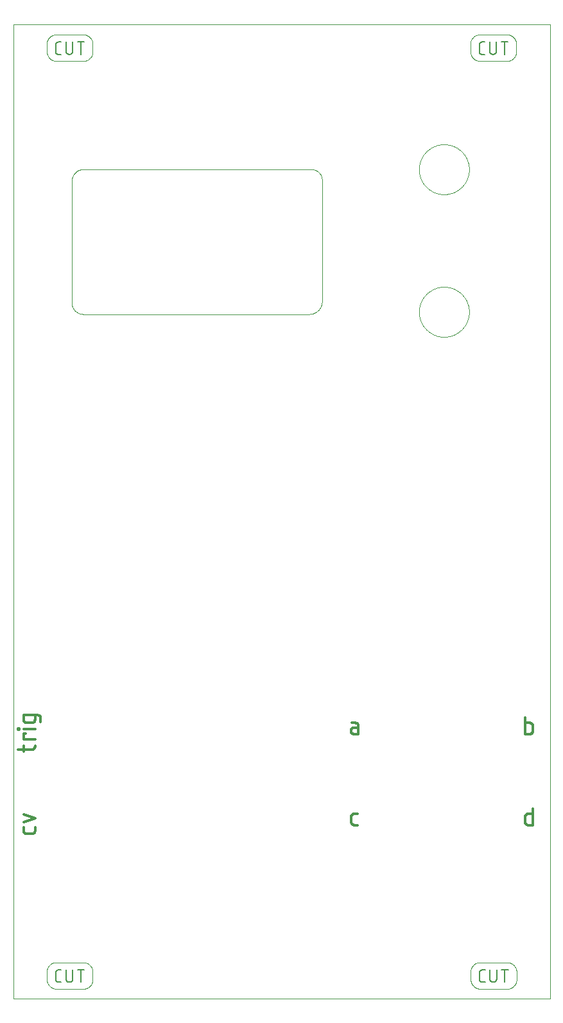
<source format=gto>
G75*
%MOIN*%
%OFA0B0*%
%FSLAX25Y25*%
%IPPOS*%
%LPD*%
%AMOC8*
5,1,8,0,0,1.08239X$1,22.5*
%
%ADD10C,0.00000*%
%ADD11C,0.00600*%
%ADD12C,0.01200*%
%ADD13C,0.01300*%
D10*
X0003589Y0001000D02*
X0003589Y0507000D01*
X0282195Y0507000D01*
X0282195Y0001000D01*
X0003589Y0001000D01*
X0020912Y0011157D02*
X0020912Y0013205D01*
X0020912Y0015016D01*
X0020914Y0015153D01*
X0020920Y0015290D01*
X0020930Y0015427D01*
X0020943Y0015564D01*
X0020961Y0015700D01*
X0020982Y0015835D01*
X0021008Y0015970D01*
X0021037Y0016104D01*
X0021070Y0016237D01*
X0021107Y0016369D01*
X0021147Y0016500D01*
X0021191Y0016630D01*
X0021239Y0016759D01*
X0021291Y0016886D01*
X0021346Y0017011D01*
X0021405Y0017135D01*
X0021467Y0017257D01*
X0021533Y0017378D01*
X0021602Y0017496D01*
X0021674Y0017613D01*
X0021750Y0017727D01*
X0021829Y0017839D01*
X0021911Y0017949D01*
X0021997Y0018056D01*
X0022085Y0018161D01*
X0022176Y0018264D01*
X0022271Y0018363D01*
X0022368Y0018460D01*
X0022467Y0018555D01*
X0022570Y0018646D01*
X0022675Y0018734D01*
X0022782Y0018820D01*
X0022892Y0018902D01*
X0023004Y0018981D01*
X0023118Y0019057D01*
X0023235Y0019129D01*
X0023353Y0019198D01*
X0023474Y0019264D01*
X0023596Y0019326D01*
X0023720Y0019385D01*
X0023845Y0019440D01*
X0023972Y0019492D01*
X0024101Y0019540D01*
X0024231Y0019584D01*
X0024362Y0019624D01*
X0024494Y0019661D01*
X0024627Y0019694D01*
X0024761Y0019723D01*
X0024896Y0019749D01*
X0025031Y0019770D01*
X0025167Y0019788D01*
X0025304Y0019801D01*
X0025441Y0019811D01*
X0025578Y0019817D01*
X0025715Y0019819D01*
X0039809Y0019819D01*
X0039948Y0019817D01*
X0040087Y0019811D01*
X0040226Y0019801D01*
X0040364Y0019788D01*
X0040502Y0019770D01*
X0040640Y0019749D01*
X0040777Y0019724D01*
X0040913Y0019695D01*
X0041048Y0019662D01*
X0041182Y0019625D01*
X0041316Y0019585D01*
X0041448Y0019541D01*
X0041578Y0019493D01*
X0041707Y0019441D01*
X0041835Y0019386D01*
X0041961Y0019328D01*
X0042086Y0019266D01*
X0042209Y0019200D01*
X0042330Y0019131D01*
X0042448Y0019059D01*
X0042565Y0018983D01*
X0042680Y0018904D01*
X0042792Y0018822D01*
X0042902Y0018737D01*
X0043010Y0018648D01*
X0043115Y0018557D01*
X0043217Y0018463D01*
X0043317Y0018366D01*
X0043414Y0018266D01*
X0043508Y0018164D01*
X0043599Y0018059D01*
X0043688Y0017951D01*
X0043773Y0017841D01*
X0043855Y0017729D01*
X0043934Y0017614D01*
X0044010Y0017497D01*
X0044082Y0017379D01*
X0044151Y0017258D01*
X0044217Y0017135D01*
X0044279Y0017010D01*
X0044337Y0016884D01*
X0044392Y0016756D01*
X0044444Y0016627D01*
X0044492Y0016497D01*
X0044536Y0016365D01*
X0044576Y0016231D01*
X0044613Y0016097D01*
X0044646Y0015962D01*
X0044675Y0015826D01*
X0044700Y0015689D01*
X0044721Y0015551D01*
X0044739Y0015413D01*
X0044752Y0015275D01*
X0044762Y0015136D01*
X0044768Y0014997D01*
X0044770Y0014858D01*
X0044770Y0013165D01*
X0044770Y0011000D01*
X0044768Y0010861D01*
X0044762Y0010722D01*
X0044752Y0010583D01*
X0044739Y0010445D01*
X0044721Y0010307D01*
X0044700Y0010169D01*
X0044675Y0010032D01*
X0044646Y0009896D01*
X0044613Y0009761D01*
X0044576Y0009627D01*
X0044536Y0009493D01*
X0044492Y0009361D01*
X0044444Y0009231D01*
X0044392Y0009102D01*
X0044337Y0008974D01*
X0044279Y0008848D01*
X0044217Y0008723D01*
X0044151Y0008600D01*
X0044082Y0008479D01*
X0044010Y0008361D01*
X0043934Y0008244D01*
X0043855Y0008129D01*
X0043773Y0008017D01*
X0043688Y0007907D01*
X0043599Y0007799D01*
X0043508Y0007694D01*
X0043414Y0007592D01*
X0043317Y0007492D01*
X0043217Y0007395D01*
X0043115Y0007301D01*
X0043010Y0007210D01*
X0042902Y0007121D01*
X0042792Y0007036D01*
X0042680Y0006954D01*
X0042565Y0006875D01*
X0042448Y0006799D01*
X0042330Y0006727D01*
X0042209Y0006658D01*
X0042086Y0006592D01*
X0041961Y0006530D01*
X0041835Y0006472D01*
X0041707Y0006417D01*
X0041578Y0006365D01*
X0041448Y0006317D01*
X0041316Y0006273D01*
X0041182Y0006233D01*
X0041048Y0006196D01*
X0040913Y0006163D01*
X0040777Y0006134D01*
X0040640Y0006109D01*
X0040502Y0006088D01*
X0040364Y0006070D01*
X0040226Y0006057D01*
X0040087Y0006047D01*
X0039948Y0006041D01*
X0039809Y0006039D01*
X0026030Y0006039D01*
X0025889Y0006041D01*
X0025748Y0006047D01*
X0025607Y0006056D01*
X0025467Y0006070D01*
X0025327Y0006088D01*
X0025188Y0006109D01*
X0025049Y0006134D01*
X0024911Y0006163D01*
X0024774Y0006196D01*
X0024637Y0006232D01*
X0024502Y0006272D01*
X0024368Y0006316D01*
X0024235Y0006364D01*
X0024104Y0006415D01*
X0023974Y0006470D01*
X0023846Y0006529D01*
X0023719Y0006590D01*
X0023594Y0006656D01*
X0023471Y0006725D01*
X0023350Y0006797D01*
X0023231Y0006872D01*
X0023114Y0006951D01*
X0022999Y0007033D01*
X0022886Y0007118D01*
X0022776Y0007206D01*
X0022669Y0007297D01*
X0022564Y0007392D01*
X0022461Y0007489D01*
X0022362Y0007588D01*
X0022265Y0007691D01*
X0022170Y0007796D01*
X0022079Y0007903D01*
X0021991Y0008013D01*
X0021906Y0008126D01*
X0021824Y0008241D01*
X0021745Y0008358D01*
X0021670Y0008477D01*
X0021598Y0008598D01*
X0021529Y0008721D01*
X0021463Y0008846D01*
X0021402Y0008973D01*
X0021343Y0009101D01*
X0021288Y0009231D01*
X0021237Y0009362D01*
X0021189Y0009495D01*
X0021145Y0009629D01*
X0021105Y0009764D01*
X0021069Y0009901D01*
X0021036Y0010038D01*
X0021007Y0010176D01*
X0020982Y0010315D01*
X0020961Y0010454D01*
X0020943Y0010594D01*
X0020929Y0010734D01*
X0020920Y0010875D01*
X0020914Y0011016D01*
X0020912Y0011157D01*
X0039809Y0356512D02*
X0157132Y0356512D01*
X0157294Y0356514D01*
X0157455Y0356520D01*
X0157617Y0356530D01*
X0157778Y0356543D01*
X0157939Y0356561D01*
X0158099Y0356582D01*
X0158259Y0356608D01*
X0158418Y0356637D01*
X0158576Y0356670D01*
X0158734Y0356706D01*
X0158890Y0356747D01*
X0159046Y0356791D01*
X0159200Y0356840D01*
X0159353Y0356891D01*
X0159505Y0356947D01*
X0159656Y0357006D01*
X0159805Y0357069D01*
X0159952Y0357135D01*
X0160098Y0357205D01*
X0160242Y0357279D01*
X0160385Y0357356D01*
X0160525Y0357436D01*
X0160663Y0357520D01*
X0160800Y0357607D01*
X0160934Y0357697D01*
X0161066Y0357790D01*
X0161196Y0357887D01*
X0161323Y0357987D01*
X0161448Y0358089D01*
X0161570Y0358195D01*
X0161690Y0358304D01*
X0161807Y0358415D01*
X0161922Y0358530D01*
X0162033Y0358647D01*
X0162142Y0358767D01*
X0162248Y0358889D01*
X0162350Y0359014D01*
X0162450Y0359141D01*
X0162547Y0359271D01*
X0162640Y0359403D01*
X0162730Y0359537D01*
X0162817Y0359674D01*
X0162901Y0359812D01*
X0162981Y0359952D01*
X0163058Y0360095D01*
X0163132Y0360239D01*
X0163202Y0360385D01*
X0163268Y0360532D01*
X0163331Y0360681D01*
X0163390Y0360832D01*
X0163446Y0360984D01*
X0163497Y0361137D01*
X0163546Y0361291D01*
X0163590Y0361447D01*
X0163631Y0361603D01*
X0163667Y0361761D01*
X0163700Y0361919D01*
X0163729Y0362078D01*
X0163755Y0362238D01*
X0163776Y0362398D01*
X0163794Y0362559D01*
X0163807Y0362720D01*
X0163817Y0362882D01*
X0163823Y0363043D01*
X0163825Y0363205D01*
X0163825Y0424622D01*
X0163825Y0426197D01*
X0163823Y0426344D01*
X0163817Y0426490D01*
X0163807Y0426637D01*
X0163794Y0426783D01*
X0163776Y0426929D01*
X0163755Y0427074D01*
X0163730Y0427218D01*
X0163700Y0427362D01*
X0163668Y0427505D01*
X0163631Y0427647D01*
X0163590Y0427788D01*
X0163546Y0427928D01*
X0163498Y0428067D01*
X0163447Y0428204D01*
X0163391Y0428340D01*
X0163332Y0428475D01*
X0163270Y0428607D01*
X0163204Y0428739D01*
X0163135Y0428868D01*
X0163062Y0428995D01*
X0162986Y0429121D01*
X0162906Y0429244D01*
X0162823Y0429365D01*
X0162738Y0429484D01*
X0162648Y0429601D01*
X0162556Y0429715D01*
X0162461Y0429827D01*
X0162363Y0429936D01*
X0162262Y0430042D01*
X0162158Y0430146D01*
X0162052Y0430247D01*
X0161943Y0430345D01*
X0161831Y0430440D01*
X0161717Y0430532D01*
X0161600Y0430622D01*
X0161481Y0430707D01*
X0161360Y0430790D01*
X0161237Y0430870D01*
X0161111Y0430946D01*
X0160984Y0431019D01*
X0160855Y0431088D01*
X0160723Y0431154D01*
X0160591Y0431216D01*
X0160456Y0431275D01*
X0160320Y0431331D01*
X0160183Y0431382D01*
X0160044Y0431430D01*
X0159904Y0431474D01*
X0159763Y0431515D01*
X0159621Y0431552D01*
X0159478Y0431584D01*
X0159334Y0431614D01*
X0159190Y0431639D01*
X0159045Y0431660D01*
X0158899Y0431678D01*
X0158753Y0431691D01*
X0158606Y0431701D01*
X0158460Y0431707D01*
X0158313Y0431709D01*
X0039809Y0431709D01*
X0039657Y0431707D01*
X0039505Y0431701D01*
X0039353Y0431691D01*
X0039202Y0431678D01*
X0039051Y0431660D01*
X0038900Y0431639D01*
X0038750Y0431613D01*
X0038601Y0431584D01*
X0038452Y0431551D01*
X0038305Y0431514D01*
X0038158Y0431474D01*
X0038013Y0431429D01*
X0037869Y0431381D01*
X0037726Y0431329D01*
X0037584Y0431274D01*
X0037444Y0431215D01*
X0037305Y0431152D01*
X0037168Y0431086D01*
X0037033Y0431016D01*
X0036900Y0430943D01*
X0036769Y0430866D01*
X0036639Y0430786D01*
X0036512Y0430703D01*
X0036387Y0430617D01*
X0036264Y0430527D01*
X0036144Y0430434D01*
X0036026Y0430338D01*
X0035910Y0430239D01*
X0035797Y0430137D01*
X0035687Y0430033D01*
X0035579Y0429925D01*
X0035475Y0429815D01*
X0035373Y0429702D01*
X0035274Y0429586D01*
X0035178Y0429468D01*
X0035085Y0429348D01*
X0034995Y0429225D01*
X0034909Y0429100D01*
X0034826Y0428973D01*
X0034746Y0428843D01*
X0034669Y0428712D01*
X0034596Y0428579D01*
X0034526Y0428444D01*
X0034460Y0428307D01*
X0034397Y0428168D01*
X0034338Y0428028D01*
X0034283Y0427886D01*
X0034231Y0427743D01*
X0034183Y0427599D01*
X0034138Y0427454D01*
X0034098Y0427307D01*
X0034061Y0427160D01*
X0034028Y0427011D01*
X0033999Y0426862D01*
X0033973Y0426712D01*
X0033952Y0426561D01*
X0033934Y0426410D01*
X0033921Y0426259D01*
X0033911Y0426107D01*
X0033905Y0425955D01*
X0033903Y0425803D01*
X0033904Y0425803D02*
X0033904Y0425016D01*
X0033904Y0363205D01*
X0033903Y0363205D02*
X0033886Y0363053D01*
X0033873Y0362901D01*
X0033864Y0362748D01*
X0033858Y0362595D01*
X0033857Y0362442D01*
X0033860Y0362290D01*
X0033866Y0362137D01*
X0033876Y0361984D01*
X0033891Y0361832D01*
X0033909Y0361680D01*
X0033931Y0361529D01*
X0033957Y0361378D01*
X0033987Y0361228D01*
X0034020Y0361079D01*
X0034058Y0360931D01*
X0034099Y0360784D01*
X0034144Y0360637D01*
X0034193Y0360493D01*
X0034245Y0360349D01*
X0034302Y0360207D01*
X0034361Y0360066D01*
X0034425Y0359927D01*
X0034492Y0359789D01*
X0034562Y0359654D01*
X0034636Y0359520D01*
X0034714Y0359388D01*
X0034794Y0359258D01*
X0034878Y0359130D01*
X0034966Y0359005D01*
X0035056Y0358881D01*
X0035150Y0358760D01*
X0035246Y0358642D01*
X0035346Y0358526D01*
X0035449Y0358413D01*
X0035554Y0358302D01*
X0035662Y0358194D01*
X0035773Y0358089D01*
X0035887Y0357987D01*
X0036004Y0357887D01*
X0036122Y0357791D01*
X0036244Y0357698D01*
X0036367Y0357608D01*
X0036493Y0357521D01*
X0036621Y0357438D01*
X0036751Y0357357D01*
X0036884Y0357281D01*
X0037018Y0357207D01*
X0037154Y0357137D01*
X0037291Y0357071D01*
X0037431Y0357008D01*
X0037572Y0356949D01*
X0037714Y0356893D01*
X0037858Y0356841D01*
X0038003Y0356793D01*
X0038149Y0356748D01*
X0038297Y0356707D01*
X0038445Y0356670D01*
X0038594Y0356637D01*
X0038744Y0356608D01*
X0038895Y0356583D01*
X0039047Y0356561D01*
X0039198Y0356543D01*
X0039351Y0356530D01*
X0039503Y0356520D01*
X0039656Y0356514D01*
X0039809Y0356512D01*
X0039809Y0487929D02*
X0026030Y0487929D01*
X0025889Y0487931D01*
X0025748Y0487937D01*
X0025607Y0487946D01*
X0025467Y0487960D01*
X0025327Y0487978D01*
X0025188Y0487999D01*
X0025049Y0488024D01*
X0024911Y0488053D01*
X0024774Y0488086D01*
X0024637Y0488122D01*
X0024502Y0488162D01*
X0024368Y0488206D01*
X0024235Y0488254D01*
X0024104Y0488305D01*
X0023974Y0488360D01*
X0023846Y0488419D01*
X0023719Y0488480D01*
X0023594Y0488546D01*
X0023471Y0488615D01*
X0023350Y0488687D01*
X0023231Y0488762D01*
X0023114Y0488841D01*
X0022999Y0488923D01*
X0022886Y0489008D01*
X0022776Y0489096D01*
X0022669Y0489187D01*
X0022564Y0489282D01*
X0022461Y0489379D01*
X0022362Y0489478D01*
X0022265Y0489581D01*
X0022170Y0489686D01*
X0022079Y0489793D01*
X0021991Y0489903D01*
X0021906Y0490016D01*
X0021824Y0490131D01*
X0021745Y0490248D01*
X0021670Y0490367D01*
X0021598Y0490488D01*
X0021529Y0490611D01*
X0021463Y0490736D01*
X0021402Y0490863D01*
X0021343Y0490991D01*
X0021288Y0491121D01*
X0021237Y0491252D01*
X0021189Y0491385D01*
X0021145Y0491519D01*
X0021105Y0491654D01*
X0021069Y0491791D01*
X0021036Y0491928D01*
X0021007Y0492066D01*
X0020982Y0492205D01*
X0020961Y0492344D01*
X0020943Y0492484D01*
X0020929Y0492624D01*
X0020920Y0492765D01*
X0020914Y0492906D01*
X0020912Y0493047D01*
X0020912Y0495094D01*
X0020912Y0496906D01*
X0020914Y0497043D01*
X0020920Y0497180D01*
X0020930Y0497317D01*
X0020943Y0497454D01*
X0020961Y0497590D01*
X0020982Y0497725D01*
X0021008Y0497860D01*
X0021037Y0497994D01*
X0021070Y0498127D01*
X0021107Y0498259D01*
X0021147Y0498390D01*
X0021191Y0498520D01*
X0021239Y0498649D01*
X0021291Y0498776D01*
X0021346Y0498901D01*
X0021405Y0499025D01*
X0021467Y0499147D01*
X0021533Y0499268D01*
X0021602Y0499386D01*
X0021674Y0499503D01*
X0021750Y0499617D01*
X0021829Y0499729D01*
X0021911Y0499839D01*
X0021997Y0499946D01*
X0022085Y0500051D01*
X0022176Y0500154D01*
X0022271Y0500253D01*
X0022368Y0500350D01*
X0022467Y0500445D01*
X0022570Y0500536D01*
X0022675Y0500624D01*
X0022782Y0500710D01*
X0022892Y0500792D01*
X0023004Y0500871D01*
X0023118Y0500947D01*
X0023235Y0501019D01*
X0023353Y0501088D01*
X0023474Y0501154D01*
X0023596Y0501216D01*
X0023720Y0501275D01*
X0023845Y0501330D01*
X0023972Y0501382D01*
X0024101Y0501430D01*
X0024231Y0501474D01*
X0024362Y0501514D01*
X0024494Y0501551D01*
X0024627Y0501584D01*
X0024761Y0501613D01*
X0024896Y0501639D01*
X0025031Y0501660D01*
X0025167Y0501678D01*
X0025304Y0501691D01*
X0025441Y0501701D01*
X0025578Y0501707D01*
X0025715Y0501709D01*
X0039809Y0501709D01*
X0039948Y0501707D01*
X0040087Y0501701D01*
X0040226Y0501691D01*
X0040364Y0501678D01*
X0040502Y0501660D01*
X0040640Y0501639D01*
X0040777Y0501614D01*
X0040913Y0501585D01*
X0041048Y0501552D01*
X0041182Y0501515D01*
X0041316Y0501475D01*
X0041448Y0501431D01*
X0041578Y0501383D01*
X0041707Y0501331D01*
X0041835Y0501276D01*
X0041961Y0501218D01*
X0042086Y0501156D01*
X0042209Y0501090D01*
X0042330Y0501021D01*
X0042448Y0500949D01*
X0042565Y0500873D01*
X0042680Y0500794D01*
X0042792Y0500712D01*
X0042902Y0500627D01*
X0043010Y0500538D01*
X0043115Y0500447D01*
X0043217Y0500353D01*
X0043317Y0500256D01*
X0043414Y0500156D01*
X0043508Y0500054D01*
X0043599Y0499949D01*
X0043688Y0499841D01*
X0043773Y0499731D01*
X0043855Y0499619D01*
X0043934Y0499504D01*
X0044010Y0499387D01*
X0044082Y0499269D01*
X0044151Y0499148D01*
X0044217Y0499025D01*
X0044279Y0498900D01*
X0044337Y0498774D01*
X0044392Y0498646D01*
X0044444Y0498517D01*
X0044492Y0498387D01*
X0044536Y0498255D01*
X0044576Y0498121D01*
X0044613Y0497987D01*
X0044646Y0497852D01*
X0044675Y0497716D01*
X0044700Y0497579D01*
X0044721Y0497441D01*
X0044739Y0497303D01*
X0044752Y0497165D01*
X0044762Y0497026D01*
X0044768Y0496887D01*
X0044770Y0496748D01*
X0044770Y0495055D01*
X0044770Y0492890D01*
X0044768Y0492751D01*
X0044762Y0492612D01*
X0044752Y0492473D01*
X0044739Y0492335D01*
X0044721Y0492197D01*
X0044700Y0492059D01*
X0044675Y0491922D01*
X0044646Y0491786D01*
X0044613Y0491651D01*
X0044576Y0491517D01*
X0044536Y0491383D01*
X0044492Y0491251D01*
X0044444Y0491121D01*
X0044392Y0490992D01*
X0044337Y0490864D01*
X0044279Y0490738D01*
X0044217Y0490613D01*
X0044151Y0490490D01*
X0044082Y0490369D01*
X0044010Y0490251D01*
X0043934Y0490134D01*
X0043855Y0490019D01*
X0043773Y0489907D01*
X0043688Y0489797D01*
X0043599Y0489689D01*
X0043508Y0489584D01*
X0043414Y0489482D01*
X0043317Y0489382D01*
X0043217Y0489285D01*
X0043115Y0489191D01*
X0043010Y0489100D01*
X0042902Y0489011D01*
X0042792Y0488926D01*
X0042680Y0488844D01*
X0042565Y0488765D01*
X0042448Y0488689D01*
X0042330Y0488617D01*
X0042209Y0488548D01*
X0042086Y0488482D01*
X0041961Y0488420D01*
X0041835Y0488362D01*
X0041707Y0488307D01*
X0041578Y0488255D01*
X0041448Y0488207D01*
X0041316Y0488163D01*
X0041182Y0488123D01*
X0041048Y0488086D01*
X0040913Y0488053D01*
X0040777Y0488024D01*
X0040640Y0487999D01*
X0040502Y0487978D01*
X0040364Y0487960D01*
X0040226Y0487947D01*
X0040087Y0487937D01*
X0039948Y0487931D01*
X0039809Y0487929D01*
X0214219Y0431709D02*
X0214223Y0432028D01*
X0214235Y0432346D01*
X0214254Y0432665D01*
X0214282Y0432982D01*
X0214317Y0433299D01*
X0214360Y0433615D01*
X0214410Y0433930D01*
X0214469Y0434244D01*
X0214535Y0434556D01*
X0214608Y0434866D01*
X0214690Y0435174D01*
X0214778Y0435480D01*
X0214875Y0435784D01*
X0214978Y0436086D01*
X0215090Y0436385D01*
X0215208Y0436681D01*
X0215334Y0436974D01*
X0215466Y0437264D01*
X0215606Y0437550D01*
X0215753Y0437833D01*
X0215907Y0438113D01*
X0216067Y0438388D01*
X0216235Y0438660D01*
X0216409Y0438927D01*
X0216589Y0439190D01*
X0216776Y0439448D01*
X0216969Y0439702D01*
X0217168Y0439951D01*
X0217373Y0440195D01*
X0217585Y0440434D01*
X0217802Y0440668D01*
X0218024Y0440896D01*
X0218252Y0441118D01*
X0218486Y0441335D01*
X0218725Y0441547D01*
X0218969Y0441752D01*
X0219218Y0441951D01*
X0219472Y0442144D01*
X0219730Y0442331D01*
X0219993Y0442511D01*
X0220260Y0442685D01*
X0220532Y0442853D01*
X0220807Y0443013D01*
X0221087Y0443167D01*
X0221370Y0443314D01*
X0221656Y0443454D01*
X0221946Y0443586D01*
X0222239Y0443712D01*
X0222535Y0443830D01*
X0222834Y0443942D01*
X0223136Y0444045D01*
X0223440Y0444142D01*
X0223746Y0444230D01*
X0224054Y0444312D01*
X0224364Y0444385D01*
X0224676Y0444451D01*
X0224990Y0444510D01*
X0225305Y0444560D01*
X0225621Y0444603D01*
X0225938Y0444638D01*
X0226255Y0444666D01*
X0226574Y0444685D01*
X0226892Y0444697D01*
X0227211Y0444701D01*
X0227530Y0444697D01*
X0227848Y0444685D01*
X0228167Y0444666D01*
X0228484Y0444638D01*
X0228801Y0444603D01*
X0229117Y0444560D01*
X0229432Y0444510D01*
X0229746Y0444451D01*
X0230058Y0444385D01*
X0230368Y0444312D01*
X0230676Y0444230D01*
X0230982Y0444142D01*
X0231286Y0444045D01*
X0231588Y0443942D01*
X0231887Y0443830D01*
X0232183Y0443712D01*
X0232476Y0443586D01*
X0232766Y0443454D01*
X0233052Y0443314D01*
X0233335Y0443167D01*
X0233615Y0443013D01*
X0233890Y0442853D01*
X0234162Y0442685D01*
X0234429Y0442511D01*
X0234692Y0442331D01*
X0234950Y0442144D01*
X0235204Y0441951D01*
X0235453Y0441752D01*
X0235697Y0441547D01*
X0235936Y0441335D01*
X0236170Y0441118D01*
X0236398Y0440896D01*
X0236620Y0440668D01*
X0236837Y0440434D01*
X0237049Y0440195D01*
X0237254Y0439951D01*
X0237453Y0439702D01*
X0237646Y0439448D01*
X0237833Y0439190D01*
X0238013Y0438927D01*
X0238187Y0438660D01*
X0238355Y0438388D01*
X0238515Y0438113D01*
X0238669Y0437833D01*
X0238816Y0437550D01*
X0238956Y0437264D01*
X0239088Y0436974D01*
X0239214Y0436681D01*
X0239332Y0436385D01*
X0239444Y0436086D01*
X0239547Y0435784D01*
X0239644Y0435480D01*
X0239732Y0435174D01*
X0239814Y0434866D01*
X0239887Y0434556D01*
X0239953Y0434244D01*
X0240012Y0433930D01*
X0240062Y0433615D01*
X0240105Y0433299D01*
X0240140Y0432982D01*
X0240168Y0432665D01*
X0240187Y0432346D01*
X0240199Y0432028D01*
X0240203Y0431709D01*
X0240199Y0431390D01*
X0240187Y0431072D01*
X0240168Y0430753D01*
X0240140Y0430436D01*
X0240105Y0430119D01*
X0240062Y0429803D01*
X0240012Y0429488D01*
X0239953Y0429174D01*
X0239887Y0428862D01*
X0239814Y0428552D01*
X0239732Y0428244D01*
X0239644Y0427938D01*
X0239547Y0427634D01*
X0239444Y0427332D01*
X0239332Y0427033D01*
X0239214Y0426737D01*
X0239088Y0426444D01*
X0238956Y0426154D01*
X0238816Y0425868D01*
X0238669Y0425585D01*
X0238515Y0425305D01*
X0238355Y0425030D01*
X0238187Y0424758D01*
X0238013Y0424491D01*
X0237833Y0424228D01*
X0237646Y0423970D01*
X0237453Y0423716D01*
X0237254Y0423467D01*
X0237049Y0423223D01*
X0236837Y0422984D01*
X0236620Y0422750D01*
X0236398Y0422522D01*
X0236170Y0422300D01*
X0235936Y0422083D01*
X0235697Y0421871D01*
X0235453Y0421666D01*
X0235204Y0421467D01*
X0234950Y0421274D01*
X0234692Y0421087D01*
X0234429Y0420907D01*
X0234162Y0420733D01*
X0233890Y0420565D01*
X0233615Y0420405D01*
X0233335Y0420251D01*
X0233052Y0420104D01*
X0232766Y0419964D01*
X0232476Y0419832D01*
X0232183Y0419706D01*
X0231887Y0419588D01*
X0231588Y0419476D01*
X0231286Y0419373D01*
X0230982Y0419276D01*
X0230676Y0419188D01*
X0230368Y0419106D01*
X0230058Y0419033D01*
X0229746Y0418967D01*
X0229432Y0418908D01*
X0229117Y0418858D01*
X0228801Y0418815D01*
X0228484Y0418780D01*
X0228167Y0418752D01*
X0227848Y0418733D01*
X0227530Y0418721D01*
X0227211Y0418717D01*
X0226892Y0418721D01*
X0226574Y0418733D01*
X0226255Y0418752D01*
X0225938Y0418780D01*
X0225621Y0418815D01*
X0225305Y0418858D01*
X0224990Y0418908D01*
X0224676Y0418967D01*
X0224364Y0419033D01*
X0224054Y0419106D01*
X0223746Y0419188D01*
X0223440Y0419276D01*
X0223136Y0419373D01*
X0222834Y0419476D01*
X0222535Y0419588D01*
X0222239Y0419706D01*
X0221946Y0419832D01*
X0221656Y0419964D01*
X0221370Y0420104D01*
X0221087Y0420251D01*
X0220807Y0420405D01*
X0220532Y0420565D01*
X0220260Y0420733D01*
X0219993Y0420907D01*
X0219730Y0421087D01*
X0219472Y0421274D01*
X0219218Y0421467D01*
X0218969Y0421666D01*
X0218725Y0421871D01*
X0218486Y0422083D01*
X0218252Y0422300D01*
X0218024Y0422522D01*
X0217802Y0422750D01*
X0217585Y0422984D01*
X0217373Y0423223D01*
X0217168Y0423467D01*
X0216969Y0423716D01*
X0216776Y0423970D01*
X0216589Y0424228D01*
X0216409Y0424491D01*
X0216235Y0424758D01*
X0216067Y0425030D01*
X0215907Y0425305D01*
X0215753Y0425585D01*
X0215606Y0425868D01*
X0215466Y0426154D01*
X0215334Y0426444D01*
X0215208Y0426737D01*
X0215090Y0427033D01*
X0214978Y0427332D01*
X0214875Y0427634D01*
X0214778Y0427938D01*
X0214690Y0428244D01*
X0214608Y0428552D01*
X0214535Y0428862D01*
X0214469Y0429174D01*
X0214410Y0429488D01*
X0214360Y0429803D01*
X0214317Y0430119D01*
X0214282Y0430436D01*
X0214254Y0430753D01*
X0214235Y0431072D01*
X0214223Y0431390D01*
X0214219Y0431709D01*
X0245991Y0487929D02*
X0259770Y0487929D01*
X0259909Y0487931D01*
X0260048Y0487937D01*
X0260187Y0487947D01*
X0260325Y0487960D01*
X0260463Y0487978D01*
X0260601Y0487999D01*
X0260738Y0488024D01*
X0260874Y0488053D01*
X0261009Y0488086D01*
X0261143Y0488123D01*
X0261277Y0488163D01*
X0261409Y0488207D01*
X0261539Y0488255D01*
X0261668Y0488307D01*
X0261796Y0488362D01*
X0261922Y0488420D01*
X0262047Y0488482D01*
X0262170Y0488548D01*
X0262291Y0488617D01*
X0262409Y0488689D01*
X0262526Y0488765D01*
X0262641Y0488844D01*
X0262753Y0488926D01*
X0262863Y0489011D01*
X0262971Y0489100D01*
X0263076Y0489191D01*
X0263178Y0489285D01*
X0263278Y0489382D01*
X0263375Y0489482D01*
X0263469Y0489584D01*
X0263560Y0489689D01*
X0263649Y0489797D01*
X0263734Y0489907D01*
X0263816Y0490019D01*
X0263895Y0490134D01*
X0263971Y0490251D01*
X0264043Y0490369D01*
X0264112Y0490490D01*
X0264178Y0490613D01*
X0264240Y0490738D01*
X0264298Y0490864D01*
X0264353Y0490992D01*
X0264405Y0491121D01*
X0264453Y0491251D01*
X0264497Y0491383D01*
X0264537Y0491517D01*
X0264574Y0491651D01*
X0264607Y0491786D01*
X0264636Y0491922D01*
X0264661Y0492059D01*
X0264682Y0492197D01*
X0264700Y0492335D01*
X0264713Y0492473D01*
X0264723Y0492612D01*
X0264729Y0492751D01*
X0264731Y0492890D01*
X0264731Y0495055D01*
X0264731Y0496748D01*
X0264729Y0496887D01*
X0264723Y0497026D01*
X0264713Y0497165D01*
X0264700Y0497303D01*
X0264682Y0497441D01*
X0264661Y0497579D01*
X0264636Y0497716D01*
X0264607Y0497852D01*
X0264574Y0497987D01*
X0264537Y0498121D01*
X0264497Y0498255D01*
X0264453Y0498387D01*
X0264405Y0498517D01*
X0264353Y0498646D01*
X0264298Y0498774D01*
X0264240Y0498900D01*
X0264178Y0499025D01*
X0264112Y0499148D01*
X0264043Y0499269D01*
X0263971Y0499387D01*
X0263895Y0499504D01*
X0263816Y0499619D01*
X0263734Y0499731D01*
X0263649Y0499841D01*
X0263560Y0499949D01*
X0263469Y0500054D01*
X0263375Y0500156D01*
X0263278Y0500256D01*
X0263178Y0500353D01*
X0263076Y0500447D01*
X0262971Y0500538D01*
X0262863Y0500627D01*
X0262753Y0500712D01*
X0262641Y0500794D01*
X0262526Y0500873D01*
X0262409Y0500949D01*
X0262291Y0501021D01*
X0262170Y0501090D01*
X0262047Y0501156D01*
X0261922Y0501218D01*
X0261796Y0501276D01*
X0261668Y0501331D01*
X0261539Y0501383D01*
X0261409Y0501431D01*
X0261277Y0501475D01*
X0261143Y0501515D01*
X0261009Y0501552D01*
X0260874Y0501585D01*
X0260738Y0501614D01*
X0260601Y0501639D01*
X0260463Y0501660D01*
X0260325Y0501678D01*
X0260187Y0501691D01*
X0260048Y0501701D01*
X0259909Y0501707D01*
X0259770Y0501709D01*
X0245676Y0501709D01*
X0245539Y0501707D01*
X0245402Y0501701D01*
X0245265Y0501691D01*
X0245128Y0501678D01*
X0244992Y0501660D01*
X0244857Y0501639D01*
X0244722Y0501613D01*
X0244588Y0501584D01*
X0244455Y0501551D01*
X0244323Y0501514D01*
X0244192Y0501474D01*
X0244062Y0501430D01*
X0243933Y0501382D01*
X0243806Y0501330D01*
X0243681Y0501275D01*
X0243557Y0501216D01*
X0243435Y0501154D01*
X0243314Y0501088D01*
X0243196Y0501019D01*
X0243079Y0500947D01*
X0242965Y0500871D01*
X0242853Y0500792D01*
X0242743Y0500710D01*
X0242636Y0500624D01*
X0242531Y0500536D01*
X0242428Y0500445D01*
X0242329Y0500350D01*
X0242232Y0500253D01*
X0242137Y0500154D01*
X0242046Y0500051D01*
X0241958Y0499946D01*
X0241872Y0499839D01*
X0241790Y0499729D01*
X0241711Y0499617D01*
X0241635Y0499503D01*
X0241563Y0499386D01*
X0241494Y0499268D01*
X0241428Y0499147D01*
X0241366Y0499025D01*
X0241307Y0498901D01*
X0241252Y0498776D01*
X0241200Y0498649D01*
X0241152Y0498520D01*
X0241108Y0498390D01*
X0241068Y0498259D01*
X0241031Y0498127D01*
X0240998Y0497994D01*
X0240969Y0497860D01*
X0240943Y0497725D01*
X0240922Y0497590D01*
X0240904Y0497454D01*
X0240891Y0497317D01*
X0240881Y0497180D01*
X0240875Y0497043D01*
X0240873Y0496906D01*
X0240872Y0496906D02*
X0240872Y0495094D01*
X0240872Y0493047D01*
X0240873Y0493047D02*
X0240875Y0492906D01*
X0240881Y0492765D01*
X0240890Y0492624D01*
X0240904Y0492484D01*
X0240922Y0492344D01*
X0240943Y0492205D01*
X0240968Y0492066D01*
X0240997Y0491928D01*
X0241030Y0491791D01*
X0241066Y0491654D01*
X0241106Y0491519D01*
X0241150Y0491385D01*
X0241198Y0491252D01*
X0241249Y0491121D01*
X0241304Y0490991D01*
X0241363Y0490863D01*
X0241424Y0490736D01*
X0241490Y0490611D01*
X0241559Y0490488D01*
X0241631Y0490367D01*
X0241706Y0490248D01*
X0241785Y0490131D01*
X0241867Y0490016D01*
X0241952Y0489903D01*
X0242040Y0489793D01*
X0242131Y0489686D01*
X0242226Y0489581D01*
X0242323Y0489478D01*
X0242422Y0489379D01*
X0242525Y0489282D01*
X0242630Y0489187D01*
X0242737Y0489096D01*
X0242847Y0489008D01*
X0242960Y0488923D01*
X0243075Y0488841D01*
X0243192Y0488762D01*
X0243311Y0488687D01*
X0243432Y0488615D01*
X0243555Y0488546D01*
X0243680Y0488480D01*
X0243807Y0488419D01*
X0243935Y0488360D01*
X0244065Y0488305D01*
X0244196Y0488254D01*
X0244329Y0488206D01*
X0244463Y0488162D01*
X0244598Y0488122D01*
X0244735Y0488086D01*
X0244872Y0488053D01*
X0245010Y0488024D01*
X0245149Y0487999D01*
X0245288Y0487978D01*
X0245428Y0487960D01*
X0245568Y0487946D01*
X0245709Y0487937D01*
X0245850Y0487931D01*
X0245991Y0487929D01*
X0214219Y0357693D02*
X0214223Y0358012D01*
X0214235Y0358330D01*
X0214254Y0358649D01*
X0214282Y0358966D01*
X0214317Y0359283D01*
X0214360Y0359599D01*
X0214410Y0359914D01*
X0214469Y0360228D01*
X0214535Y0360540D01*
X0214608Y0360850D01*
X0214690Y0361158D01*
X0214778Y0361464D01*
X0214875Y0361768D01*
X0214978Y0362070D01*
X0215090Y0362369D01*
X0215208Y0362665D01*
X0215334Y0362958D01*
X0215466Y0363248D01*
X0215606Y0363534D01*
X0215753Y0363817D01*
X0215907Y0364097D01*
X0216067Y0364372D01*
X0216235Y0364644D01*
X0216409Y0364911D01*
X0216589Y0365174D01*
X0216776Y0365432D01*
X0216969Y0365686D01*
X0217168Y0365935D01*
X0217373Y0366179D01*
X0217585Y0366418D01*
X0217802Y0366652D01*
X0218024Y0366880D01*
X0218252Y0367102D01*
X0218486Y0367319D01*
X0218725Y0367531D01*
X0218969Y0367736D01*
X0219218Y0367935D01*
X0219472Y0368128D01*
X0219730Y0368315D01*
X0219993Y0368495D01*
X0220260Y0368669D01*
X0220532Y0368837D01*
X0220807Y0368997D01*
X0221087Y0369151D01*
X0221370Y0369298D01*
X0221656Y0369438D01*
X0221946Y0369570D01*
X0222239Y0369696D01*
X0222535Y0369814D01*
X0222834Y0369926D01*
X0223136Y0370029D01*
X0223440Y0370126D01*
X0223746Y0370214D01*
X0224054Y0370296D01*
X0224364Y0370369D01*
X0224676Y0370435D01*
X0224990Y0370494D01*
X0225305Y0370544D01*
X0225621Y0370587D01*
X0225938Y0370622D01*
X0226255Y0370650D01*
X0226574Y0370669D01*
X0226892Y0370681D01*
X0227211Y0370685D01*
X0227530Y0370681D01*
X0227848Y0370669D01*
X0228167Y0370650D01*
X0228484Y0370622D01*
X0228801Y0370587D01*
X0229117Y0370544D01*
X0229432Y0370494D01*
X0229746Y0370435D01*
X0230058Y0370369D01*
X0230368Y0370296D01*
X0230676Y0370214D01*
X0230982Y0370126D01*
X0231286Y0370029D01*
X0231588Y0369926D01*
X0231887Y0369814D01*
X0232183Y0369696D01*
X0232476Y0369570D01*
X0232766Y0369438D01*
X0233052Y0369298D01*
X0233335Y0369151D01*
X0233615Y0368997D01*
X0233890Y0368837D01*
X0234162Y0368669D01*
X0234429Y0368495D01*
X0234692Y0368315D01*
X0234950Y0368128D01*
X0235204Y0367935D01*
X0235453Y0367736D01*
X0235697Y0367531D01*
X0235936Y0367319D01*
X0236170Y0367102D01*
X0236398Y0366880D01*
X0236620Y0366652D01*
X0236837Y0366418D01*
X0237049Y0366179D01*
X0237254Y0365935D01*
X0237453Y0365686D01*
X0237646Y0365432D01*
X0237833Y0365174D01*
X0238013Y0364911D01*
X0238187Y0364644D01*
X0238355Y0364372D01*
X0238515Y0364097D01*
X0238669Y0363817D01*
X0238816Y0363534D01*
X0238956Y0363248D01*
X0239088Y0362958D01*
X0239214Y0362665D01*
X0239332Y0362369D01*
X0239444Y0362070D01*
X0239547Y0361768D01*
X0239644Y0361464D01*
X0239732Y0361158D01*
X0239814Y0360850D01*
X0239887Y0360540D01*
X0239953Y0360228D01*
X0240012Y0359914D01*
X0240062Y0359599D01*
X0240105Y0359283D01*
X0240140Y0358966D01*
X0240168Y0358649D01*
X0240187Y0358330D01*
X0240199Y0358012D01*
X0240203Y0357693D01*
X0240199Y0357374D01*
X0240187Y0357056D01*
X0240168Y0356737D01*
X0240140Y0356420D01*
X0240105Y0356103D01*
X0240062Y0355787D01*
X0240012Y0355472D01*
X0239953Y0355158D01*
X0239887Y0354846D01*
X0239814Y0354536D01*
X0239732Y0354228D01*
X0239644Y0353922D01*
X0239547Y0353618D01*
X0239444Y0353316D01*
X0239332Y0353017D01*
X0239214Y0352721D01*
X0239088Y0352428D01*
X0238956Y0352138D01*
X0238816Y0351852D01*
X0238669Y0351569D01*
X0238515Y0351289D01*
X0238355Y0351014D01*
X0238187Y0350742D01*
X0238013Y0350475D01*
X0237833Y0350212D01*
X0237646Y0349954D01*
X0237453Y0349700D01*
X0237254Y0349451D01*
X0237049Y0349207D01*
X0236837Y0348968D01*
X0236620Y0348734D01*
X0236398Y0348506D01*
X0236170Y0348284D01*
X0235936Y0348067D01*
X0235697Y0347855D01*
X0235453Y0347650D01*
X0235204Y0347451D01*
X0234950Y0347258D01*
X0234692Y0347071D01*
X0234429Y0346891D01*
X0234162Y0346717D01*
X0233890Y0346549D01*
X0233615Y0346389D01*
X0233335Y0346235D01*
X0233052Y0346088D01*
X0232766Y0345948D01*
X0232476Y0345816D01*
X0232183Y0345690D01*
X0231887Y0345572D01*
X0231588Y0345460D01*
X0231286Y0345357D01*
X0230982Y0345260D01*
X0230676Y0345172D01*
X0230368Y0345090D01*
X0230058Y0345017D01*
X0229746Y0344951D01*
X0229432Y0344892D01*
X0229117Y0344842D01*
X0228801Y0344799D01*
X0228484Y0344764D01*
X0228167Y0344736D01*
X0227848Y0344717D01*
X0227530Y0344705D01*
X0227211Y0344701D01*
X0226892Y0344705D01*
X0226574Y0344717D01*
X0226255Y0344736D01*
X0225938Y0344764D01*
X0225621Y0344799D01*
X0225305Y0344842D01*
X0224990Y0344892D01*
X0224676Y0344951D01*
X0224364Y0345017D01*
X0224054Y0345090D01*
X0223746Y0345172D01*
X0223440Y0345260D01*
X0223136Y0345357D01*
X0222834Y0345460D01*
X0222535Y0345572D01*
X0222239Y0345690D01*
X0221946Y0345816D01*
X0221656Y0345948D01*
X0221370Y0346088D01*
X0221087Y0346235D01*
X0220807Y0346389D01*
X0220532Y0346549D01*
X0220260Y0346717D01*
X0219993Y0346891D01*
X0219730Y0347071D01*
X0219472Y0347258D01*
X0219218Y0347451D01*
X0218969Y0347650D01*
X0218725Y0347855D01*
X0218486Y0348067D01*
X0218252Y0348284D01*
X0218024Y0348506D01*
X0217802Y0348734D01*
X0217585Y0348968D01*
X0217373Y0349207D01*
X0217168Y0349451D01*
X0216969Y0349700D01*
X0216776Y0349954D01*
X0216589Y0350212D01*
X0216409Y0350475D01*
X0216235Y0350742D01*
X0216067Y0351014D01*
X0215907Y0351289D01*
X0215753Y0351569D01*
X0215606Y0351852D01*
X0215466Y0352138D01*
X0215334Y0352428D01*
X0215208Y0352721D01*
X0215090Y0353017D01*
X0214978Y0353316D01*
X0214875Y0353618D01*
X0214778Y0353922D01*
X0214690Y0354228D01*
X0214608Y0354536D01*
X0214535Y0354846D01*
X0214469Y0355158D01*
X0214410Y0355472D01*
X0214360Y0355787D01*
X0214317Y0356103D01*
X0214282Y0356420D01*
X0214254Y0356737D01*
X0214235Y0357056D01*
X0214223Y0357374D01*
X0214219Y0357693D01*
X0245794Y0019819D02*
X0259888Y0019819D01*
X0260027Y0019817D01*
X0260166Y0019811D01*
X0260305Y0019801D01*
X0260443Y0019788D01*
X0260581Y0019770D01*
X0260719Y0019749D01*
X0260856Y0019724D01*
X0260992Y0019695D01*
X0261127Y0019662D01*
X0261261Y0019625D01*
X0261395Y0019585D01*
X0261527Y0019541D01*
X0261657Y0019493D01*
X0261786Y0019441D01*
X0261914Y0019386D01*
X0262040Y0019328D01*
X0262165Y0019266D01*
X0262288Y0019200D01*
X0262409Y0019131D01*
X0262527Y0019059D01*
X0262644Y0018983D01*
X0262759Y0018904D01*
X0262871Y0018822D01*
X0262981Y0018737D01*
X0263089Y0018648D01*
X0263194Y0018557D01*
X0263296Y0018463D01*
X0263396Y0018366D01*
X0263493Y0018266D01*
X0263587Y0018164D01*
X0263678Y0018059D01*
X0263767Y0017951D01*
X0263852Y0017841D01*
X0263934Y0017729D01*
X0264013Y0017614D01*
X0264089Y0017497D01*
X0264161Y0017379D01*
X0264230Y0017258D01*
X0264296Y0017135D01*
X0264358Y0017010D01*
X0264416Y0016884D01*
X0264471Y0016756D01*
X0264523Y0016627D01*
X0264571Y0016497D01*
X0264615Y0016365D01*
X0264655Y0016231D01*
X0264692Y0016097D01*
X0264725Y0015962D01*
X0264754Y0015826D01*
X0264779Y0015689D01*
X0264800Y0015551D01*
X0264818Y0015413D01*
X0264831Y0015275D01*
X0264841Y0015136D01*
X0264847Y0014997D01*
X0264849Y0014858D01*
X0264849Y0013165D01*
X0264849Y0011000D01*
X0264847Y0010861D01*
X0264841Y0010722D01*
X0264831Y0010583D01*
X0264818Y0010445D01*
X0264800Y0010307D01*
X0264779Y0010169D01*
X0264754Y0010032D01*
X0264725Y0009896D01*
X0264692Y0009761D01*
X0264655Y0009627D01*
X0264615Y0009493D01*
X0264571Y0009361D01*
X0264523Y0009231D01*
X0264471Y0009102D01*
X0264416Y0008974D01*
X0264358Y0008848D01*
X0264296Y0008723D01*
X0264230Y0008600D01*
X0264161Y0008479D01*
X0264089Y0008361D01*
X0264013Y0008244D01*
X0263934Y0008129D01*
X0263852Y0008017D01*
X0263767Y0007907D01*
X0263678Y0007799D01*
X0263587Y0007694D01*
X0263493Y0007592D01*
X0263396Y0007492D01*
X0263296Y0007395D01*
X0263194Y0007301D01*
X0263089Y0007210D01*
X0262981Y0007121D01*
X0262871Y0007036D01*
X0262759Y0006954D01*
X0262644Y0006875D01*
X0262527Y0006799D01*
X0262409Y0006727D01*
X0262288Y0006658D01*
X0262165Y0006592D01*
X0262040Y0006530D01*
X0261914Y0006472D01*
X0261786Y0006417D01*
X0261657Y0006365D01*
X0261527Y0006317D01*
X0261395Y0006273D01*
X0261261Y0006233D01*
X0261127Y0006196D01*
X0260992Y0006163D01*
X0260856Y0006134D01*
X0260719Y0006109D01*
X0260581Y0006088D01*
X0260443Y0006070D01*
X0260305Y0006057D01*
X0260166Y0006047D01*
X0260027Y0006041D01*
X0259888Y0006039D01*
X0246109Y0006039D01*
X0245968Y0006041D01*
X0245827Y0006047D01*
X0245686Y0006056D01*
X0245546Y0006070D01*
X0245406Y0006088D01*
X0245267Y0006109D01*
X0245128Y0006134D01*
X0244990Y0006163D01*
X0244853Y0006196D01*
X0244716Y0006232D01*
X0244581Y0006272D01*
X0244447Y0006316D01*
X0244314Y0006364D01*
X0244183Y0006415D01*
X0244053Y0006470D01*
X0243925Y0006529D01*
X0243798Y0006590D01*
X0243673Y0006656D01*
X0243550Y0006725D01*
X0243429Y0006797D01*
X0243310Y0006872D01*
X0243193Y0006951D01*
X0243078Y0007033D01*
X0242965Y0007118D01*
X0242855Y0007206D01*
X0242748Y0007297D01*
X0242643Y0007392D01*
X0242540Y0007489D01*
X0242441Y0007588D01*
X0242344Y0007691D01*
X0242249Y0007796D01*
X0242158Y0007903D01*
X0242070Y0008013D01*
X0241985Y0008126D01*
X0241903Y0008241D01*
X0241824Y0008358D01*
X0241749Y0008477D01*
X0241677Y0008598D01*
X0241608Y0008721D01*
X0241542Y0008846D01*
X0241481Y0008973D01*
X0241422Y0009101D01*
X0241367Y0009231D01*
X0241316Y0009362D01*
X0241268Y0009495D01*
X0241224Y0009629D01*
X0241184Y0009764D01*
X0241148Y0009901D01*
X0241115Y0010038D01*
X0241086Y0010176D01*
X0241061Y0010315D01*
X0241040Y0010454D01*
X0241022Y0010594D01*
X0241008Y0010734D01*
X0240999Y0010875D01*
X0240993Y0011016D01*
X0240991Y0011157D01*
X0240991Y0013205D01*
X0240991Y0015016D01*
X0240993Y0015153D01*
X0240999Y0015290D01*
X0241009Y0015427D01*
X0241022Y0015564D01*
X0241040Y0015700D01*
X0241061Y0015835D01*
X0241087Y0015970D01*
X0241116Y0016104D01*
X0241149Y0016237D01*
X0241186Y0016369D01*
X0241226Y0016500D01*
X0241270Y0016630D01*
X0241318Y0016759D01*
X0241370Y0016886D01*
X0241425Y0017011D01*
X0241484Y0017135D01*
X0241546Y0017257D01*
X0241612Y0017378D01*
X0241681Y0017496D01*
X0241753Y0017613D01*
X0241829Y0017727D01*
X0241908Y0017839D01*
X0241990Y0017949D01*
X0242076Y0018056D01*
X0242164Y0018161D01*
X0242255Y0018264D01*
X0242350Y0018363D01*
X0242447Y0018460D01*
X0242546Y0018555D01*
X0242649Y0018646D01*
X0242754Y0018734D01*
X0242861Y0018820D01*
X0242971Y0018902D01*
X0243083Y0018981D01*
X0243197Y0019057D01*
X0243314Y0019129D01*
X0243432Y0019198D01*
X0243553Y0019264D01*
X0243675Y0019326D01*
X0243799Y0019385D01*
X0243924Y0019440D01*
X0244051Y0019492D01*
X0244180Y0019540D01*
X0244310Y0019584D01*
X0244441Y0019624D01*
X0244573Y0019661D01*
X0244706Y0019694D01*
X0244840Y0019723D01*
X0244975Y0019749D01*
X0245110Y0019770D01*
X0245246Y0019788D01*
X0245383Y0019801D01*
X0245520Y0019811D01*
X0245657Y0019817D01*
X0245794Y0019819D01*
D11*
X0247043Y0015968D02*
X0248466Y0015968D01*
X0247043Y0015967D02*
X0246969Y0015965D01*
X0246894Y0015959D01*
X0246821Y0015949D01*
X0246747Y0015936D01*
X0246675Y0015919D01*
X0246604Y0015897D01*
X0246533Y0015873D01*
X0246465Y0015844D01*
X0246397Y0015812D01*
X0246332Y0015776D01*
X0246269Y0015738D01*
X0246207Y0015695D01*
X0246148Y0015650D01*
X0246091Y0015602D01*
X0246037Y0015551D01*
X0245986Y0015496D01*
X0245938Y0015440D01*
X0245893Y0015381D01*
X0245850Y0015319D01*
X0245812Y0015256D01*
X0245776Y0015191D01*
X0245744Y0015123D01*
X0245715Y0015055D01*
X0245691Y0014984D01*
X0245669Y0014913D01*
X0245652Y0014841D01*
X0245639Y0014767D01*
X0245629Y0014694D01*
X0245623Y0014619D01*
X0245621Y0014545D01*
X0245621Y0010990D01*
X0245623Y0010916D01*
X0245629Y0010841D01*
X0245639Y0010768D01*
X0245652Y0010694D01*
X0245669Y0010622D01*
X0245691Y0010551D01*
X0245715Y0010480D01*
X0245744Y0010412D01*
X0245776Y0010344D01*
X0245812Y0010279D01*
X0245850Y0010216D01*
X0245893Y0010154D01*
X0245938Y0010095D01*
X0245986Y0010038D01*
X0246037Y0009984D01*
X0246091Y0009933D01*
X0246148Y0009885D01*
X0246207Y0009840D01*
X0246269Y0009797D01*
X0246332Y0009759D01*
X0246397Y0009723D01*
X0246465Y0009691D01*
X0246533Y0009662D01*
X0246604Y0009638D01*
X0246675Y0009616D01*
X0246747Y0009599D01*
X0246821Y0009586D01*
X0246894Y0009576D01*
X0246969Y0009570D01*
X0247043Y0009568D01*
X0248466Y0009568D01*
X0250970Y0011345D02*
X0250970Y0015968D01*
X0254526Y0015968D02*
X0254526Y0011345D01*
X0254524Y0011262D01*
X0254518Y0011179D01*
X0254508Y0011096D01*
X0254495Y0011013D01*
X0254477Y0010932D01*
X0254456Y0010851D01*
X0254431Y0010772D01*
X0254402Y0010694D01*
X0254370Y0010617D01*
X0254334Y0010542D01*
X0254295Y0010468D01*
X0254252Y0010397D01*
X0254206Y0010327D01*
X0254156Y0010260D01*
X0254104Y0010195D01*
X0254049Y0010133D01*
X0253990Y0010073D01*
X0253929Y0010016D01*
X0253866Y0009962D01*
X0253800Y0009911D01*
X0253731Y0009864D01*
X0253661Y0009819D01*
X0253588Y0009778D01*
X0253514Y0009741D01*
X0253438Y0009706D01*
X0253360Y0009676D01*
X0253282Y0009649D01*
X0253201Y0009626D01*
X0253120Y0009606D01*
X0253038Y0009591D01*
X0252956Y0009579D01*
X0252873Y0009571D01*
X0252790Y0009567D01*
X0252706Y0009567D01*
X0252623Y0009571D01*
X0252540Y0009579D01*
X0252458Y0009591D01*
X0252376Y0009606D01*
X0252295Y0009626D01*
X0252214Y0009649D01*
X0252136Y0009676D01*
X0252058Y0009706D01*
X0251982Y0009741D01*
X0251908Y0009778D01*
X0251835Y0009819D01*
X0251765Y0009864D01*
X0251696Y0009911D01*
X0251630Y0009962D01*
X0251567Y0010016D01*
X0251506Y0010073D01*
X0251447Y0010133D01*
X0251392Y0010195D01*
X0251340Y0010260D01*
X0251290Y0010327D01*
X0251244Y0010397D01*
X0251201Y0010468D01*
X0251162Y0010542D01*
X0251126Y0010617D01*
X0251094Y0010694D01*
X0251065Y0010772D01*
X0251040Y0010851D01*
X0251019Y0010932D01*
X0251001Y0011013D01*
X0250988Y0011096D01*
X0250978Y0011179D01*
X0250972Y0011262D01*
X0250970Y0011345D01*
X0256919Y0015968D02*
X0260475Y0015968D01*
X0258697Y0015968D02*
X0258697Y0009568D01*
X0040396Y0015968D02*
X0036840Y0015968D01*
X0038618Y0015968D02*
X0038618Y0009568D01*
X0034447Y0011345D02*
X0034447Y0015968D01*
X0034447Y0011345D02*
X0034445Y0011262D01*
X0034439Y0011179D01*
X0034429Y0011096D01*
X0034416Y0011013D01*
X0034398Y0010932D01*
X0034377Y0010851D01*
X0034352Y0010772D01*
X0034323Y0010694D01*
X0034291Y0010617D01*
X0034255Y0010542D01*
X0034216Y0010468D01*
X0034173Y0010397D01*
X0034127Y0010327D01*
X0034077Y0010260D01*
X0034025Y0010195D01*
X0033970Y0010133D01*
X0033911Y0010073D01*
X0033850Y0010016D01*
X0033787Y0009962D01*
X0033721Y0009911D01*
X0033652Y0009864D01*
X0033582Y0009819D01*
X0033509Y0009778D01*
X0033435Y0009741D01*
X0033359Y0009706D01*
X0033281Y0009676D01*
X0033203Y0009649D01*
X0033122Y0009626D01*
X0033041Y0009606D01*
X0032959Y0009591D01*
X0032877Y0009579D01*
X0032794Y0009571D01*
X0032711Y0009567D01*
X0032627Y0009567D01*
X0032544Y0009571D01*
X0032461Y0009579D01*
X0032379Y0009591D01*
X0032297Y0009606D01*
X0032216Y0009626D01*
X0032135Y0009649D01*
X0032057Y0009676D01*
X0031979Y0009706D01*
X0031903Y0009741D01*
X0031829Y0009778D01*
X0031756Y0009819D01*
X0031686Y0009864D01*
X0031617Y0009911D01*
X0031551Y0009962D01*
X0031488Y0010016D01*
X0031427Y0010073D01*
X0031368Y0010133D01*
X0031313Y0010195D01*
X0031261Y0010260D01*
X0031211Y0010327D01*
X0031165Y0010397D01*
X0031122Y0010468D01*
X0031083Y0010542D01*
X0031047Y0010617D01*
X0031015Y0010694D01*
X0030986Y0010772D01*
X0030961Y0010851D01*
X0030940Y0010932D01*
X0030922Y0011013D01*
X0030909Y0011096D01*
X0030899Y0011179D01*
X0030893Y0011262D01*
X0030891Y0011345D01*
X0030892Y0011345D02*
X0030892Y0015968D01*
X0028387Y0015968D02*
X0026965Y0015968D01*
X0026965Y0015967D02*
X0026891Y0015965D01*
X0026816Y0015959D01*
X0026743Y0015949D01*
X0026669Y0015936D01*
X0026597Y0015919D01*
X0026526Y0015897D01*
X0026455Y0015873D01*
X0026387Y0015844D01*
X0026319Y0015812D01*
X0026254Y0015776D01*
X0026191Y0015738D01*
X0026129Y0015695D01*
X0026070Y0015650D01*
X0026013Y0015602D01*
X0025959Y0015551D01*
X0025908Y0015496D01*
X0025860Y0015440D01*
X0025815Y0015381D01*
X0025772Y0015319D01*
X0025734Y0015256D01*
X0025698Y0015191D01*
X0025666Y0015123D01*
X0025637Y0015055D01*
X0025613Y0014984D01*
X0025591Y0014913D01*
X0025574Y0014841D01*
X0025561Y0014767D01*
X0025551Y0014694D01*
X0025545Y0014619D01*
X0025543Y0014545D01*
X0025543Y0010990D01*
X0025545Y0010916D01*
X0025551Y0010841D01*
X0025561Y0010768D01*
X0025574Y0010694D01*
X0025591Y0010622D01*
X0025613Y0010551D01*
X0025637Y0010480D01*
X0025666Y0010412D01*
X0025698Y0010344D01*
X0025734Y0010279D01*
X0025772Y0010216D01*
X0025815Y0010154D01*
X0025860Y0010095D01*
X0025908Y0010038D01*
X0025959Y0009984D01*
X0026013Y0009933D01*
X0026070Y0009885D01*
X0026129Y0009840D01*
X0026191Y0009797D01*
X0026254Y0009759D01*
X0026319Y0009723D01*
X0026387Y0009691D01*
X0026455Y0009662D01*
X0026526Y0009638D01*
X0026597Y0009616D01*
X0026669Y0009599D01*
X0026743Y0009586D01*
X0026816Y0009576D01*
X0026891Y0009570D01*
X0026965Y0009568D01*
X0028387Y0009568D01*
X0028387Y0491457D02*
X0026965Y0491457D01*
X0026965Y0491458D02*
X0026891Y0491460D01*
X0026816Y0491466D01*
X0026743Y0491476D01*
X0026669Y0491489D01*
X0026597Y0491506D01*
X0026526Y0491528D01*
X0026455Y0491552D01*
X0026387Y0491581D01*
X0026319Y0491613D01*
X0026254Y0491649D01*
X0026191Y0491687D01*
X0026129Y0491730D01*
X0026070Y0491775D01*
X0026013Y0491823D01*
X0025959Y0491874D01*
X0025908Y0491928D01*
X0025860Y0491985D01*
X0025815Y0492044D01*
X0025772Y0492106D01*
X0025734Y0492169D01*
X0025698Y0492234D01*
X0025666Y0492302D01*
X0025637Y0492370D01*
X0025613Y0492441D01*
X0025591Y0492512D01*
X0025574Y0492584D01*
X0025561Y0492658D01*
X0025551Y0492731D01*
X0025545Y0492806D01*
X0025543Y0492880D01*
X0025543Y0496435D01*
X0025545Y0496509D01*
X0025551Y0496584D01*
X0025561Y0496657D01*
X0025574Y0496731D01*
X0025591Y0496803D01*
X0025613Y0496874D01*
X0025637Y0496945D01*
X0025666Y0497013D01*
X0025698Y0497081D01*
X0025734Y0497146D01*
X0025772Y0497209D01*
X0025815Y0497271D01*
X0025860Y0497330D01*
X0025908Y0497386D01*
X0025959Y0497441D01*
X0026013Y0497492D01*
X0026070Y0497540D01*
X0026129Y0497585D01*
X0026191Y0497628D01*
X0026254Y0497666D01*
X0026319Y0497702D01*
X0026387Y0497734D01*
X0026455Y0497763D01*
X0026526Y0497787D01*
X0026597Y0497809D01*
X0026669Y0497826D01*
X0026743Y0497839D01*
X0026816Y0497849D01*
X0026891Y0497855D01*
X0026965Y0497857D01*
X0028387Y0497857D01*
X0030892Y0497857D02*
X0030892Y0493235D01*
X0030891Y0493235D02*
X0030893Y0493152D01*
X0030899Y0493069D01*
X0030909Y0492986D01*
X0030922Y0492903D01*
X0030940Y0492822D01*
X0030961Y0492741D01*
X0030986Y0492662D01*
X0031015Y0492584D01*
X0031047Y0492507D01*
X0031083Y0492432D01*
X0031122Y0492358D01*
X0031165Y0492287D01*
X0031211Y0492217D01*
X0031261Y0492150D01*
X0031313Y0492085D01*
X0031368Y0492023D01*
X0031427Y0491963D01*
X0031488Y0491906D01*
X0031551Y0491852D01*
X0031617Y0491801D01*
X0031686Y0491754D01*
X0031756Y0491709D01*
X0031829Y0491668D01*
X0031903Y0491631D01*
X0031979Y0491596D01*
X0032057Y0491566D01*
X0032135Y0491539D01*
X0032216Y0491516D01*
X0032297Y0491496D01*
X0032379Y0491481D01*
X0032461Y0491469D01*
X0032544Y0491461D01*
X0032627Y0491457D01*
X0032711Y0491457D01*
X0032794Y0491461D01*
X0032877Y0491469D01*
X0032959Y0491481D01*
X0033041Y0491496D01*
X0033122Y0491516D01*
X0033203Y0491539D01*
X0033281Y0491566D01*
X0033359Y0491596D01*
X0033435Y0491631D01*
X0033509Y0491668D01*
X0033582Y0491709D01*
X0033652Y0491754D01*
X0033721Y0491801D01*
X0033787Y0491852D01*
X0033850Y0491906D01*
X0033911Y0491963D01*
X0033970Y0492023D01*
X0034025Y0492085D01*
X0034077Y0492150D01*
X0034127Y0492217D01*
X0034173Y0492287D01*
X0034216Y0492358D01*
X0034255Y0492432D01*
X0034291Y0492507D01*
X0034323Y0492584D01*
X0034352Y0492662D01*
X0034377Y0492741D01*
X0034398Y0492822D01*
X0034416Y0492903D01*
X0034429Y0492986D01*
X0034439Y0493069D01*
X0034445Y0493152D01*
X0034447Y0493235D01*
X0034447Y0497857D01*
X0036840Y0497857D02*
X0040396Y0497857D01*
X0038618Y0497857D02*
X0038618Y0491457D01*
X0245503Y0492880D02*
X0245503Y0496435D01*
X0245505Y0496509D01*
X0245511Y0496584D01*
X0245521Y0496657D01*
X0245534Y0496731D01*
X0245551Y0496803D01*
X0245573Y0496874D01*
X0245597Y0496945D01*
X0245626Y0497013D01*
X0245658Y0497081D01*
X0245694Y0497146D01*
X0245732Y0497209D01*
X0245775Y0497271D01*
X0245820Y0497330D01*
X0245868Y0497386D01*
X0245919Y0497441D01*
X0245973Y0497492D01*
X0246030Y0497540D01*
X0246089Y0497585D01*
X0246151Y0497628D01*
X0246214Y0497666D01*
X0246279Y0497702D01*
X0246347Y0497734D01*
X0246415Y0497763D01*
X0246486Y0497787D01*
X0246557Y0497809D01*
X0246629Y0497826D01*
X0246703Y0497839D01*
X0246776Y0497849D01*
X0246851Y0497855D01*
X0246925Y0497857D01*
X0248348Y0497857D01*
X0250852Y0497857D02*
X0250852Y0493235D01*
X0250854Y0493152D01*
X0250860Y0493069D01*
X0250870Y0492986D01*
X0250883Y0492903D01*
X0250901Y0492822D01*
X0250922Y0492741D01*
X0250947Y0492662D01*
X0250976Y0492584D01*
X0251008Y0492507D01*
X0251044Y0492432D01*
X0251083Y0492358D01*
X0251126Y0492287D01*
X0251172Y0492217D01*
X0251222Y0492150D01*
X0251274Y0492085D01*
X0251329Y0492023D01*
X0251388Y0491963D01*
X0251449Y0491906D01*
X0251512Y0491852D01*
X0251578Y0491801D01*
X0251647Y0491754D01*
X0251717Y0491709D01*
X0251790Y0491668D01*
X0251864Y0491631D01*
X0251940Y0491596D01*
X0252018Y0491566D01*
X0252096Y0491539D01*
X0252177Y0491516D01*
X0252258Y0491496D01*
X0252340Y0491481D01*
X0252422Y0491469D01*
X0252505Y0491461D01*
X0252588Y0491457D01*
X0252672Y0491457D01*
X0252755Y0491461D01*
X0252838Y0491469D01*
X0252920Y0491481D01*
X0253002Y0491496D01*
X0253083Y0491516D01*
X0253164Y0491539D01*
X0253242Y0491566D01*
X0253320Y0491596D01*
X0253396Y0491631D01*
X0253470Y0491668D01*
X0253543Y0491709D01*
X0253613Y0491754D01*
X0253682Y0491801D01*
X0253748Y0491852D01*
X0253811Y0491906D01*
X0253872Y0491963D01*
X0253931Y0492023D01*
X0253986Y0492085D01*
X0254038Y0492150D01*
X0254088Y0492217D01*
X0254134Y0492287D01*
X0254177Y0492358D01*
X0254216Y0492432D01*
X0254252Y0492507D01*
X0254284Y0492584D01*
X0254313Y0492662D01*
X0254338Y0492741D01*
X0254359Y0492822D01*
X0254377Y0492903D01*
X0254390Y0492986D01*
X0254400Y0493069D01*
X0254406Y0493152D01*
X0254408Y0493235D01*
X0254408Y0497857D01*
X0256801Y0497857D02*
X0260357Y0497857D01*
X0258579Y0497857D02*
X0258579Y0491457D01*
X0248348Y0491457D02*
X0246925Y0491457D01*
X0246925Y0491458D02*
X0246851Y0491460D01*
X0246776Y0491466D01*
X0246703Y0491476D01*
X0246629Y0491489D01*
X0246557Y0491506D01*
X0246486Y0491528D01*
X0246415Y0491552D01*
X0246347Y0491581D01*
X0246279Y0491613D01*
X0246214Y0491649D01*
X0246151Y0491687D01*
X0246089Y0491730D01*
X0246030Y0491775D01*
X0245973Y0491823D01*
X0245919Y0491874D01*
X0245868Y0491928D01*
X0245820Y0491985D01*
X0245775Y0492044D01*
X0245732Y0492106D01*
X0245694Y0492169D01*
X0245658Y0492234D01*
X0245626Y0492302D01*
X0245597Y0492370D01*
X0245573Y0492441D01*
X0245551Y0492512D01*
X0245534Y0492584D01*
X0245521Y0492658D01*
X0245511Y0492731D01*
X0245505Y0492806D01*
X0245503Y0492880D01*
D12*
X0017733Y0146722D02*
X0017733Y0144767D01*
X0017734Y0146722D02*
X0017732Y0146796D01*
X0017726Y0146870D01*
X0017717Y0146944D01*
X0017704Y0147017D01*
X0017687Y0147090D01*
X0017667Y0147161D01*
X0017643Y0147231D01*
X0017615Y0147301D01*
X0017584Y0147368D01*
X0017550Y0147434D01*
X0017512Y0147498D01*
X0017471Y0147560D01*
X0017427Y0147620D01*
X0017380Y0147678D01*
X0017330Y0147733D01*
X0017278Y0147785D01*
X0017223Y0147835D01*
X0017165Y0147882D01*
X0017105Y0147926D01*
X0017043Y0147967D01*
X0016979Y0148005D01*
X0016913Y0148039D01*
X0016846Y0148070D01*
X0016776Y0148098D01*
X0016706Y0148122D01*
X0016635Y0148142D01*
X0016562Y0148159D01*
X0016489Y0148172D01*
X0016415Y0148181D01*
X0016341Y0148187D01*
X0016267Y0148189D01*
X0008933Y0148189D01*
X0008933Y0145744D01*
X0008935Y0145670D01*
X0008941Y0145596D01*
X0008950Y0145522D01*
X0008963Y0145449D01*
X0008980Y0145376D01*
X0009000Y0145305D01*
X0009024Y0145235D01*
X0009052Y0145165D01*
X0009083Y0145098D01*
X0009117Y0145032D01*
X0009155Y0144968D01*
X0009196Y0144906D01*
X0009240Y0144846D01*
X0009287Y0144788D01*
X0009337Y0144733D01*
X0009389Y0144681D01*
X0009444Y0144631D01*
X0009502Y0144584D01*
X0009562Y0144540D01*
X0009624Y0144499D01*
X0009688Y0144461D01*
X0009754Y0144427D01*
X0009821Y0144396D01*
X0009891Y0144368D01*
X0009961Y0144344D01*
X0010032Y0144324D01*
X0010105Y0144307D01*
X0010178Y0144294D01*
X0010252Y0144285D01*
X0010326Y0144279D01*
X0010400Y0144277D01*
X0010400Y0144278D02*
X0013333Y0144278D01*
X0013333Y0144277D02*
X0013407Y0144279D01*
X0013481Y0144285D01*
X0013555Y0144294D01*
X0013628Y0144307D01*
X0013701Y0144324D01*
X0013772Y0144344D01*
X0013842Y0144368D01*
X0013912Y0144396D01*
X0013979Y0144427D01*
X0014045Y0144461D01*
X0014109Y0144499D01*
X0014171Y0144540D01*
X0014231Y0144584D01*
X0014289Y0144631D01*
X0014344Y0144681D01*
X0014396Y0144733D01*
X0014446Y0144788D01*
X0014493Y0144846D01*
X0014537Y0144906D01*
X0014578Y0144968D01*
X0014616Y0145032D01*
X0014650Y0145098D01*
X0014681Y0145165D01*
X0014709Y0145235D01*
X0014733Y0145305D01*
X0014753Y0145376D01*
X0014770Y0145449D01*
X0014783Y0145522D01*
X0014792Y0145596D01*
X0014798Y0145670D01*
X0014800Y0145744D01*
X0014800Y0148189D01*
X0014800Y0141059D02*
X0008933Y0141059D01*
X0006489Y0141304D02*
X0006489Y0140815D01*
X0006000Y0140815D01*
X0006000Y0141304D01*
X0006489Y0141304D01*
X0008933Y0138515D02*
X0008933Y0135582D01*
X0014800Y0135582D01*
X0014800Y0132335D02*
X0014800Y0131846D01*
X0014798Y0131772D01*
X0014792Y0131698D01*
X0014783Y0131624D01*
X0014770Y0131551D01*
X0014753Y0131478D01*
X0014733Y0131407D01*
X0014709Y0131337D01*
X0014681Y0131267D01*
X0014650Y0131200D01*
X0014616Y0131134D01*
X0014578Y0131070D01*
X0014537Y0131008D01*
X0014493Y0130948D01*
X0014446Y0130890D01*
X0014396Y0130835D01*
X0014344Y0130783D01*
X0014289Y0130733D01*
X0014231Y0130686D01*
X0014171Y0130642D01*
X0014109Y0130601D01*
X0014045Y0130563D01*
X0013979Y0130529D01*
X0013912Y0130498D01*
X0013842Y0130470D01*
X0013772Y0130446D01*
X0013701Y0130426D01*
X0013628Y0130409D01*
X0013555Y0130396D01*
X0013481Y0130387D01*
X0013407Y0130381D01*
X0013333Y0130379D01*
X0013333Y0130380D02*
X0006000Y0130380D01*
X0008933Y0129402D02*
X0008933Y0132335D01*
X0008933Y0138515D02*
X0009911Y0138515D01*
X0008933Y0096516D02*
X0014800Y0094561D01*
X0008933Y0092605D01*
X0008933Y0090008D02*
X0008933Y0088053D01*
X0008935Y0087979D01*
X0008941Y0087905D01*
X0008950Y0087831D01*
X0008963Y0087758D01*
X0008980Y0087685D01*
X0009000Y0087614D01*
X0009024Y0087544D01*
X0009052Y0087474D01*
X0009083Y0087407D01*
X0009117Y0087341D01*
X0009155Y0087277D01*
X0009196Y0087215D01*
X0009240Y0087155D01*
X0009287Y0087097D01*
X0009337Y0087042D01*
X0009389Y0086990D01*
X0009444Y0086940D01*
X0009502Y0086893D01*
X0009562Y0086849D01*
X0009624Y0086808D01*
X0009688Y0086770D01*
X0009754Y0086736D01*
X0009821Y0086705D01*
X0009891Y0086677D01*
X0009961Y0086653D01*
X0010032Y0086633D01*
X0010105Y0086616D01*
X0010178Y0086603D01*
X0010252Y0086594D01*
X0010326Y0086588D01*
X0010400Y0086586D01*
X0013333Y0086586D01*
X0013407Y0086588D01*
X0013481Y0086594D01*
X0013555Y0086603D01*
X0013628Y0086616D01*
X0013701Y0086633D01*
X0013772Y0086653D01*
X0013842Y0086677D01*
X0013912Y0086705D01*
X0013979Y0086736D01*
X0014045Y0086770D01*
X0014109Y0086808D01*
X0014171Y0086849D01*
X0014231Y0086893D01*
X0014289Y0086940D01*
X0014344Y0086990D01*
X0014396Y0087042D01*
X0014446Y0087097D01*
X0014493Y0087155D01*
X0014537Y0087215D01*
X0014578Y0087277D01*
X0014616Y0087341D01*
X0014650Y0087407D01*
X0014681Y0087474D01*
X0014709Y0087544D01*
X0014733Y0087614D01*
X0014753Y0087685D01*
X0014770Y0087758D01*
X0014783Y0087831D01*
X0014792Y0087905D01*
X0014798Y0087979D01*
X0014800Y0088053D01*
X0014800Y0090008D01*
D13*
X0179063Y0092588D02*
X0179063Y0095488D01*
X0179065Y0095564D01*
X0179071Y0095640D01*
X0179081Y0095715D01*
X0179095Y0095789D01*
X0179112Y0095863D01*
X0179134Y0095936D01*
X0179159Y0096008D01*
X0179188Y0096078D01*
X0179221Y0096146D01*
X0179257Y0096213D01*
X0179297Y0096278D01*
X0179340Y0096340D01*
X0179386Y0096401D01*
X0179435Y0096458D01*
X0179488Y0096513D01*
X0179543Y0096566D01*
X0179600Y0096615D01*
X0179661Y0096661D01*
X0179723Y0096704D01*
X0179788Y0096744D01*
X0179855Y0096780D01*
X0179923Y0096813D01*
X0179993Y0096842D01*
X0180065Y0096867D01*
X0180138Y0096889D01*
X0180212Y0096906D01*
X0180286Y0096920D01*
X0180361Y0096930D01*
X0180437Y0096936D01*
X0180513Y0096938D01*
X0182446Y0096938D01*
X0179063Y0092588D02*
X0179065Y0092512D01*
X0179071Y0092436D01*
X0179081Y0092361D01*
X0179095Y0092287D01*
X0179112Y0092213D01*
X0179134Y0092140D01*
X0179159Y0092068D01*
X0179188Y0091998D01*
X0179221Y0091930D01*
X0179257Y0091863D01*
X0179297Y0091798D01*
X0179340Y0091736D01*
X0179386Y0091675D01*
X0179435Y0091618D01*
X0179488Y0091563D01*
X0179543Y0091510D01*
X0179600Y0091461D01*
X0179661Y0091415D01*
X0179723Y0091372D01*
X0179788Y0091332D01*
X0179855Y0091296D01*
X0179923Y0091263D01*
X0179993Y0091234D01*
X0180065Y0091209D01*
X0180138Y0091187D01*
X0180212Y0091170D01*
X0180286Y0091156D01*
X0180361Y0091146D01*
X0180437Y0091140D01*
X0180513Y0091138D01*
X0182446Y0091138D01*
X0182688Y0138382D02*
X0180513Y0138382D01*
X0180432Y0138384D01*
X0180352Y0138390D01*
X0180272Y0138399D01*
X0180193Y0138413D01*
X0180114Y0138430D01*
X0180036Y0138451D01*
X0179960Y0138475D01*
X0179884Y0138503D01*
X0179810Y0138535D01*
X0179738Y0138570D01*
X0179667Y0138609D01*
X0179598Y0138651D01*
X0179532Y0138696D01*
X0179467Y0138744D01*
X0179405Y0138795D01*
X0179345Y0138849D01*
X0179288Y0138906D01*
X0179234Y0138966D01*
X0179183Y0139028D01*
X0179135Y0139093D01*
X0179090Y0139159D01*
X0179048Y0139228D01*
X0179009Y0139299D01*
X0178974Y0139371D01*
X0178942Y0139445D01*
X0178914Y0139521D01*
X0178890Y0139597D01*
X0178869Y0139675D01*
X0178852Y0139754D01*
X0178838Y0139833D01*
X0178829Y0139913D01*
X0178823Y0139993D01*
X0178821Y0140074D01*
X0178823Y0140155D01*
X0178829Y0140235D01*
X0178838Y0140315D01*
X0178852Y0140394D01*
X0178869Y0140473D01*
X0178890Y0140551D01*
X0178914Y0140627D01*
X0178942Y0140703D01*
X0178974Y0140777D01*
X0179009Y0140849D01*
X0179048Y0140920D01*
X0179090Y0140989D01*
X0179135Y0141055D01*
X0179183Y0141120D01*
X0179234Y0141182D01*
X0179288Y0141242D01*
X0179345Y0141299D01*
X0179405Y0141353D01*
X0179467Y0141404D01*
X0179532Y0141452D01*
X0179598Y0141497D01*
X0179667Y0141539D01*
X0179738Y0141578D01*
X0179810Y0141613D01*
X0179884Y0141645D01*
X0179960Y0141673D01*
X0180036Y0141697D01*
X0180114Y0141718D01*
X0180193Y0141735D01*
X0180272Y0141749D01*
X0180352Y0141758D01*
X0180432Y0141764D01*
X0180513Y0141766D01*
X0182688Y0141766D01*
X0182688Y0142732D02*
X0182688Y0138382D01*
X0182688Y0142732D02*
X0182686Y0142808D01*
X0182680Y0142884D01*
X0182670Y0142959D01*
X0182656Y0143033D01*
X0182639Y0143107D01*
X0182617Y0143180D01*
X0182592Y0143252D01*
X0182563Y0143322D01*
X0182530Y0143390D01*
X0182494Y0143457D01*
X0182454Y0143522D01*
X0182411Y0143584D01*
X0182365Y0143645D01*
X0182316Y0143702D01*
X0182263Y0143757D01*
X0182208Y0143810D01*
X0182151Y0143859D01*
X0182090Y0143905D01*
X0182028Y0143948D01*
X0181963Y0143988D01*
X0181896Y0144024D01*
X0181828Y0144057D01*
X0181758Y0144086D01*
X0181686Y0144111D01*
X0181613Y0144133D01*
X0181539Y0144150D01*
X0181465Y0144164D01*
X0181390Y0144174D01*
X0181314Y0144180D01*
X0181238Y0144182D01*
X0179304Y0144182D01*
X0269372Y0144182D02*
X0271789Y0144182D01*
X0271865Y0144180D01*
X0271941Y0144174D01*
X0272016Y0144164D01*
X0272090Y0144150D01*
X0272164Y0144133D01*
X0272237Y0144111D01*
X0272309Y0144086D01*
X0272379Y0144057D01*
X0272447Y0144024D01*
X0272514Y0143988D01*
X0272579Y0143948D01*
X0272641Y0143905D01*
X0272702Y0143859D01*
X0272759Y0143810D01*
X0272814Y0143757D01*
X0272867Y0143702D01*
X0272916Y0143645D01*
X0272962Y0143584D01*
X0273005Y0143522D01*
X0273045Y0143457D01*
X0273081Y0143390D01*
X0273114Y0143322D01*
X0273143Y0143252D01*
X0273168Y0143180D01*
X0273190Y0143107D01*
X0273207Y0143033D01*
X0273221Y0142959D01*
X0273231Y0142884D01*
X0273237Y0142808D01*
X0273239Y0142732D01*
X0273239Y0139832D01*
X0273237Y0139756D01*
X0273231Y0139680D01*
X0273221Y0139605D01*
X0273207Y0139531D01*
X0273190Y0139457D01*
X0273168Y0139384D01*
X0273143Y0139312D01*
X0273114Y0139242D01*
X0273081Y0139174D01*
X0273045Y0139107D01*
X0273005Y0139042D01*
X0272962Y0138980D01*
X0272916Y0138919D01*
X0272867Y0138862D01*
X0272814Y0138807D01*
X0272759Y0138754D01*
X0272702Y0138705D01*
X0272641Y0138659D01*
X0272579Y0138616D01*
X0272514Y0138576D01*
X0272447Y0138540D01*
X0272379Y0138507D01*
X0272309Y0138478D01*
X0272237Y0138453D01*
X0272164Y0138431D01*
X0272090Y0138414D01*
X0272016Y0138400D01*
X0271941Y0138390D01*
X0271865Y0138384D01*
X0271789Y0138382D01*
X0269372Y0138382D01*
X0269372Y0147082D01*
X0273239Y0099838D02*
X0273239Y0091138D01*
X0270822Y0091138D01*
X0270746Y0091140D01*
X0270670Y0091146D01*
X0270595Y0091156D01*
X0270521Y0091170D01*
X0270447Y0091187D01*
X0270374Y0091209D01*
X0270302Y0091234D01*
X0270232Y0091263D01*
X0270164Y0091296D01*
X0270097Y0091332D01*
X0270032Y0091372D01*
X0269970Y0091415D01*
X0269909Y0091461D01*
X0269852Y0091510D01*
X0269797Y0091563D01*
X0269744Y0091618D01*
X0269695Y0091675D01*
X0269649Y0091736D01*
X0269606Y0091798D01*
X0269566Y0091863D01*
X0269530Y0091930D01*
X0269497Y0091998D01*
X0269468Y0092068D01*
X0269443Y0092140D01*
X0269421Y0092213D01*
X0269404Y0092287D01*
X0269390Y0092361D01*
X0269380Y0092436D01*
X0269374Y0092512D01*
X0269372Y0092588D01*
X0269372Y0095488D01*
X0269374Y0095564D01*
X0269380Y0095640D01*
X0269390Y0095715D01*
X0269404Y0095789D01*
X0269421Y0095863D01*
X0269443Y0095936D01*
X0269468Y0096008D01*
X0269497Y0096078D01*
X0269530Y0096146D01*
X0269566Y0096213D01*
X0269606Y0096278D01*
X0269649Y0096340D01*
X0269695Y0096401D01*
X0269744Y0096458D01*
X0269797Y0096513D01*
X0269852Y0096566D01*
X0269909Y0096615D01*
X0269970Y0096661D01*
X0270032Y0096704D01*
X0270097Y0096744D01*
X0270164Y0096780D01*
X0270232Y0096813D01*
X0270302Y0096842D01*
X0270374Y0096867D01*
X0270447Y0096889D01*
X0270521Y0096906D01*
X0270595Y0096920D01*
X0270670Y0096930D01*
X0270746Y0096936D01*
X0270822Y0096938D01*
X0273239Y0096938D01*
M02*

</source>
